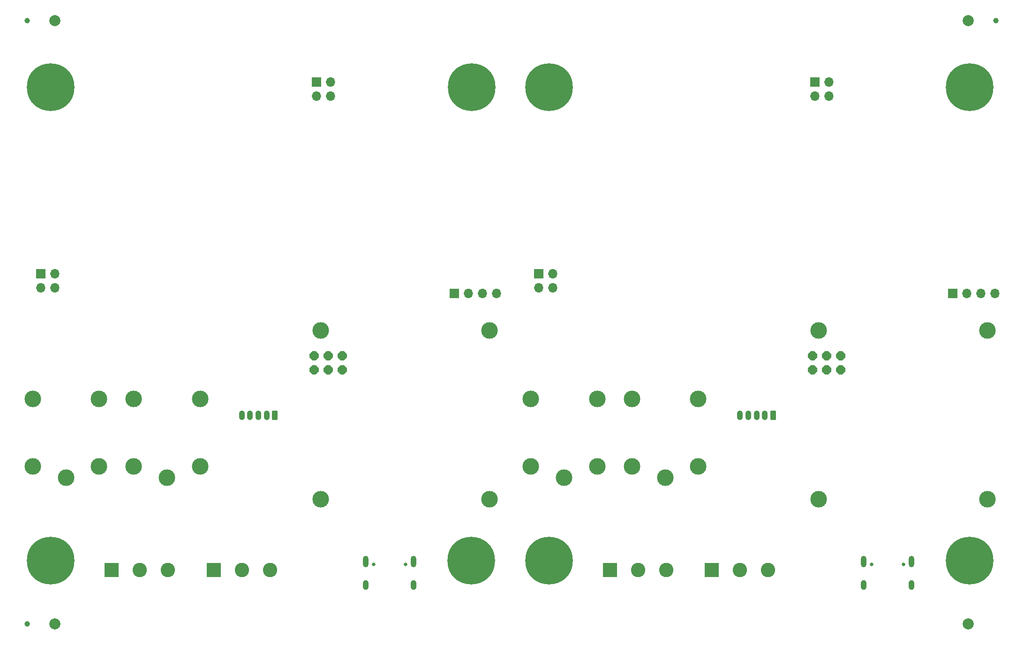
<source format=gbr>
%TF.GenerationSoftware,KiCad,Pcbnew,(7.0.0-0)*%
%TF.CreationDate,2023-04-09T15:50:48-04:00*%
%TF.ProjectId,KwartzLab-SensorBoard-Rev2 Panel,4b776172-747a-44c6-9162-2d53656e736f,2*%
%TF.SameCoordinates,Original*%
%TF.FileFunction,Soldermask,Bot*%
%TF.FilePolarity,Negative*%
%FSLAX46Y46*%
G04 Gerber Fmt 4.6, Leading zero omitted, Abs format (unit mm)*
G04 Created by KiCad (PCBNEW (7.0.0-0)) date 2023-04-09 15:50:48*
%MOMM*%
%LPD*%
G01*
G04 APERTURE LIST*
G04 Aperture macros list*
%AMRoundRect*
0 Rectangle with rounded corners*
0 $1 Rounding radius*
0 $2 $3 $4 $5 $6 $7 $8 $9 X,Y pos of 4 corners*
0 Add a 4 corners polygon primitive as box body*
4,1,4,$2,$3,$4,$5,$6,$7,$8,$9,$2,$3,0*
0 Add four circle primitives for the rounded corners*
1,1,$1+$1,$2,$3*
1,1,$1+$1,$4,$5*
1,1,$1+$1,$6,$7*
1,1,$1+$1,$8,$9*
0 Add four rect primitives between the rounded corners*
20,1,$1+$1,$2,$3,$4,$5,0*
20,1,$1+$1,$4,$5,$6,$7,0*
20,1,$1+$1,$6,$7,$8,$9,0*
20,1,$1+$1,$8,$9,$2,$3,0*%
%AMFreePoly0*
4,1,17,0.356937,0.810921,0.810921,0.356937,0.825800,0.321016,0.825800,-0.321016,0.810921,-0.356937,0.356937,-0.810921,0.321016,-0.825800,-0.321016,-0.825800,-0.356937,-0.810921,-0.810921,-0.356937,-0.825800,-0.321016,-0.825800,0.321016,-0.810921,0.356937,-0.356937,0.810921,-0.321016,0.825800,0.321016,0.825800,0.356937,0.810921,0.356937,0.810921,$1*%
G04 Aperture macros list end*
%ADD10R,1.700000X1.700000*%
%ADD11O,1.700000X1.700000*%
%ADD12C,2.000000*%
%ADD13C,0.900000*%
%ADD14C,8.600000*%
%ADD15RoundRect,0.250000X0.265000X0.615000X-0.265000X0.615000X-0.265000X-0.615000X0.265000X-0.615000X0*%
%ADD16O,1.030000X1.730000*%
%ADD17C,3.000000*%
%ADD18R,2.600000X2.600000*%
%ADD19C,2.600000*%
%ADD20FreePoly0,180.000000*%
%ADD21C,0.650000*%
%ADD22O,1.000000X2.100000*%
%ADD23O,1.000000X1.800000*%
%ADD24C,1.000000*%
G04 APERTURE END LIST*
D10*
%TO.C,J8*%
X54692805Y-68234290D03*
D11*
X57232805Y-68234290D03*
X54692805Y-70774290D03*
X57232805Y-70774290D03*
%TD*%
D10*
%TO.C,J8*%
X144649993Y-68234290D03*
D11*
X147189993Y-68234290D03*
X144649993Y-70774290D03*
X147189993Y-70774290D03*
%TD*%
D12*
%TO.C,REF\u002A\u002A*%
X222157194Y-131500000D03*
%TD*%
D13*
%TO.C,H3*%
X219207182Y-34500000D03*
X220151763Y-32219581D03*
X220151763Y-36780419D03*
X222432182Y-31275000D03*
D14*
X222432182Y-34500000D03*
D13*
X222432182Y-37725000D03*
X224712601Y-32219581D03*
X224712601Y-36780419D03*
X225657182Y-34500000D03*
%TD*%
%TO.C,H3*%
X129249994Y-34500000D03*
X130194575Y-32219581D03*
X130194575Y-36780419D03*
X132474994Y-31275000D03*
D14*
X132474994Y-34500000D03*
D13*
X132474994Y-37725000D03*
X134755413Y-32219581D03*
X134755413Y-36780419D03*
X135699994Y-34500000D03*
%TD*%
%TO.C,H1*%
X53292806Y-120000000D03*
X54237387Y-117719581D03*
X54237387Y-122280419D03*
X56517806Y-116775000D03*
D14*
X56517806Y-120000000D03*
D13*
X56517806Y-123225000D03*
X58798225Y-117719581D03*
X58798225Y-122280419D03*
X59742806Y-120000000D03*
%TD*%
%TO.C,H1*%
X143249994Y-120000000D03*
X144194575Y-117719581D03*
X144194575Y-122280419D03*
X146474994Y-116775000D03*
D14*
X146474994Y-120000000D03*
D13*
X146474994Y-123225000D03*
X148755413Y-117719581D03*
X148755413Y-122280419D03*
X149699994Y-120000000D03*
%TD*%
D10*
%TO.C,J1*%
X219369993Y-71749999D03*
D11*
X221909993Y-71749999D03*
X224449993Y-71749999D03*
X226989993Y-71749999D03*
%TD*%
D10*
%TO.C,J1*%
X129412805Y-71749999D03*
D11*
X131952805Y-71749999D03*
X134492805Y-71749999D03*
X137032805Y-71749999D03*
%TD*%
D13*
%TO.C,H4*%
X143249994Y-34500000D03*
X144194575Y-32219581D03*
X144194575Y-36780419D03*
X146474994Y-31275000D03*
D14*
X146474994Y-34500000D03*
D13*
X146474994Y-37725000D03*
X148755413Y-32219581D03*
X148755413Y-36780419D03*
X149699994Y-34500000D03*
%TD*%
%TO.C,H4*%
X53292806Y-34500000D03*
X54237387Y-32219581D03*
X54237387Y-36780419D03*
X56517806Y-31275000D03*
D14*
X56517806Y-34500000D03*
D13*
X56517806Y-37725000D03*
X58798225Y-32219581D03*
X58798225Y-36780419D03*
X59742806Y-34500000D03*
%TD*%
D15*
%TO.C,J3*%
X186949994Y-93750000D03*
D16*
X185449993Y-93749999D03*
X183949993Y-93749999D03*
X182449993Y-93749999D03*
X180949993Y-93749999D03*
%TD*%
D15*
%TO.C,J3*%
X96992806Y-93750000D03*
D16*
X95492805Y-93749999D03*
X93992805Y-93749999D03*
X92492805Y-93749999D03*
X90992805Y-93749999D03*
%TD*%
D12*
%TO.C,REF\u002A\u002A*%
X57242806Y-22500000D03*
%TD*%
D17*
%TO.C,K2*%
X167449994Y-105050000D03*
X161449994Y-90850000D03*
X173449994Y-90850000D03*
X173449994Y-103050000D03*
X161449994Y-103050000D03*
%TD*%
%TO.C,K2*%
X77492806Y-105050000D03*
X71492806Y-90850000D03*
X83492806Y-90850000D03*
X83492806Y-103050000D03*
X71492806Y-103050000D03*
%TD*%
D13*
%TO.C,H2*%
X219194575Y-120000000D03*
X220139156Y-117719581D03*
X220139156Y-122280419D03*
X222419575Y-116775000D03*
D14*
X222419575Y-120000000D03*
D13*
X222419575Y-123225000D03*
X224699994Y-117719581D03*
X224699994Y-122280419D03*
X225644575Y-120000000D03*
%TD*%
%TO.C,H2*%
X129237387Y-120000000D03*
X130181968Y-117719581D03*
X130181968Y-122280419D03*
X132462387Y-116775000D03*
D14*
X132462387Y-120000000D03*
D13*
X132462387Y-123225000D03*
X134742806Y-117719581D03*
X134742806Y-122280419D03*
X135687387Y-120000000D03*
%TD*%
D12*
%TO.C,REF\u002A\u002A*%
X57242806Y-131500000D03*
%TD*%
D18*
%TO.C,J6*%
X175864993Y-121749999D03*
D19*
X180944994Y-121750000D03*
X186024994Y-121750000D03*
%TD*%
D18*
%TO.C,J6*%
X85907805Y-121749999D03*
D19*
X90987806Y-121750000D03*
X96067806Y-121750000D03*
%TD*%
D12*
%TO.C,REF\u002A\u002A*%
X222157194Y-22500000D03*
%TD*%
D18*
%TO.C,J5*%
X157449993Y-121749999D03*
D19*
X162529994Y-121750000D03*
X167609994Y-121750000D03*
%TD*%
D18*
%TO.C,J5*%
X67492805Y-121749999D03*
D19*
X72572806Y-121750000D03*
X77652806Y-121750000D03*
%TD*%
D17*
%TO.C,J4*%
X225673122Y-108944944D03*
X225673122Y-78464944D03*
X195193122Y-108944944D03*
X195193122Y-78464944D03*
D20*
X199132922Y-83034144D03*
X199132922Y-85574144D03*
X196592922Y-83034144D03*
X196592922Y-85574144D03*
X194052922Y-83034144D03*
X194052922Y-85574144D03*
%TD*%
D17*
%TO.C,J4*%
X135715934Y-108944944D03*
X135715934Y-78464944D03*
X105235934Y-108944944D03*
X105235934Y-78464944D03*
D20*
X109175734Y-83034144D03*
X109175734Y-85574144D03*
X106635734Y-83034144D03*
X106635734Y-85574144D03*
X104095734Y-83034144D03*
X104095734Y-85574144D03*
%TD*%
D21*
%TO.C,J2*%
X204739994Y-120720000D03*
X210519994Y-120720000D03*
D22*
X203309993Y-120219999D03*
D23*
X203309993Y-124399999D03*
D22*
X211949993Y-120219999D03*
D23*
X211949993Y-124399999D03*
%TD*%
D21*
%TO.C,J2*%
X114782806Y-120720000D03*
X120562806Y-120720000D03*
D22*
X113352805Y-120219999D03*
D23*
X113352805Y-124399999D03*
D22*
X121992805Y-120219999D03*
D23*
X121992805Y-124399999D03*
%TD*%
D10*
%TO.C,J9*%
X194449993Y-33609999D03*
D11*
X196989993Y-33609999D03*
X194449993Y-36149999D03*
X196989993Y-36149999D03*
%TD*%
D10*
%TO.C,J9*%
X104492805Y-33609999D03*
D11*
X107032805Y-33609999D03*
X104492805Y-36149999D03*
X107032805Y-36149999D03*
%TD*%
D17*
%TO.C,K1*%
X149199994Y-105050000D03*
X143199994Y-90850000D03*
X155199994Y-90850000D03*
X155199994Y-103050000D03*
X143199994Y-103050000D03*
%TD*%
%TO.C,K1*%
X59242806Y-105050000D03*
X53242806Y-90850000D03*
X65242806Y-90850000D03*
X65242806Y-103050000D03*
X53242806Y-103050000D03*
%TD*%
D24*
%TO.C,REF\u002A\u002A*%
X227157194Y-22500000D03*
%TD*%
%TO.C,REF\u002A\u002A*%
X52242806Y-131500000D03*
%TD*%
%TO.C,REF\u002A\u002A*%
X52242806Y-22500000D03*
%TD*%
M02*

</source>
